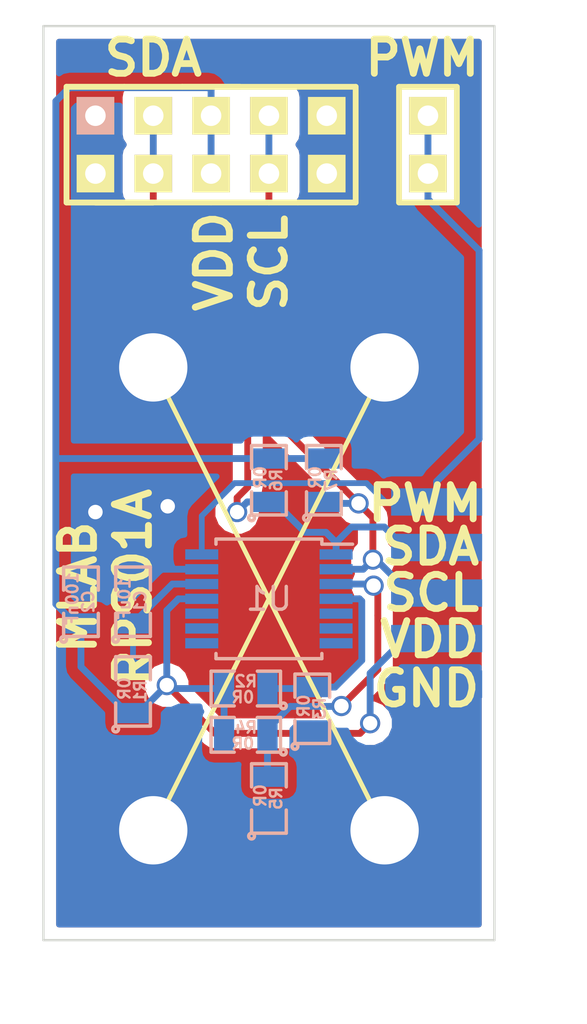
<source format=kicad_pcb>
(kicad_pcb (version 4) (host pcbnew "(2015-01-07 BZR 5359)-product")

  (general
    (links 39)
    (no_connects 0)
    (area 0.205999 -40.434001 20.114001 -0.205999)
    (thickness 1.6)
    (drawings 17)
    (tracks 117)
    (zones 0)
    (modules 17)
    (nets 9)
  )

  (page A4)
  (layers
    (0 F.Cu signal)
    (31 B.Cu signal)
    (32 B.Adhes user)
    (33 F.Adhes user)
    (34 B.Paste user)
    (35 F.Paste user)
    (36 B.SilkS user)
    (37 F.SilkS user)
    (38 B.Mask user)
    (39 F.Mask user)
    (40 Dwgs.User user)
    (41 Cmts.User user)
    (42 Eco1.User user)
    (43 Eco2.User user)
    (44 Edge.Cuts user)
    (45 Margin user)
    (46 B.CrtYd user)
    (47 F.CrtYd user)
    (48 B.Fab user)
    (49 F.Fab user)
  )

  (setup
    (last_trace_width 0.3)
    (user_trace_width 0.3)
    (user_trace_width 0.4)
    (trace_clearance 0.254)
    (zone_clearance 0.508)
    (zone_45_only no)
    (trace_min 0.254)
    (segment_width 0.2)
    (edge_width 0.1)
    (via_size 0.889)
    (via_drill 0.635)
    (via_min_size 0.889)
    (via_min_drill 0.508)
    (uvia_size 0.508)
    (uvia_drill 0.127)
    (uvias_allowed no)
    (uvia_min_size 0.508)
    (uvia_min_drill 0.127)
    (pcb_text_width 0.3)
    (pcb_text_size 1.5 1.5)
    (mod_edge_width 0.15)
    (mod_text_size 1 1)
    (mod_text_width 0.15)
    (pad_size 4 1.2)
    (pad_drill 0)
    (pad_to_mask_clearance 0)
    (aux_axis_origin 0 0)
    (visible_elements 7FFFFF7F)
    (pcbplotparams
      (layerselection 0x00030_80000001)
      (usegerberextensions false)
      (excludeedgelayer true)
      (linewidth 0.100000)
      (plotframeref false)
      (viasonmask false)
      (mode 1)
      (useauxorigin false)
      (hpglpennumber 1)
      (hpglpenspeed 20)
      (hpglpendiameter 15)
      (hpglpenoverlay 2)
      (psnegative false)
      (psa4output false)
      (plotreference true)
      (plotvalue true)
      (plotinvisibletext false)
      (padsonsilk false)
      (subtractmaskfromsilk false)
      (outputformat 1)
      (mirror false)
      (drillshape 1)
      (scaleselection 1)
      (outputdirectory ""))
  )

  (net 0 "")
  (net 1 "Net-(C1-Pad1)")
  (net 2 GND)
  (net 3 VDD)
  (net 4 /SCL)
  (net 5 /SDA)
  (net 6 /PWM)
  (net 7 /A2)
  (net 8 /A1)

  (net_class Default "Toto je výchozí třída sítě."
    (clearance 0.254)
    (trace_width 0.254)
    (via_dia 0.889)
    (via_drill 0.635)
    (uvia_dia 0.508)
    (uvia_drill 0.127)
    (add_net /A1)
    (add_net /A2)
    (add_net /PWM)
    (add_net /SCL)
    (add_net /SDA)
    (add_net GND)
    (add_net "Net-(C1-Pad1)")
    (add_net VDD)
  )

  (module MLAB_R:SMD-0805 (layer B.Cu) (tedit 54799E0C) (tstamp 547EC927)
    (at 4.191 -15.113 90)
    (path /547DF05B)
    (attr smd)
    (fp_text reference C1 (at 0 0.3175 90) (layer B.SilkS)
      (effects (font (size 0.50038 0.50038) (thickness 0.10922)) (justify mirror))
    )
    (fp_text value 10uF (at 0.127 -0.381 90) (layer B.SilkS)
      (effects (font (size 0.50038 0.50038) (thickness 0.10922)) (justify mirror))
    )
    (fp_circle (center -1.651 -0.762) (end -1.651 -0.635) (layer B.SilkS) (width 0.15))
    (fp_line (start -0.508 -0.762) (end -1.524 -0.762) (layer B.SilkS) (width 0.15))
    (fp_line (start -1.524 -0.762) (end -1.524 0.762) (layer B.SilkS) (width 0.15))
    (fp_line (start -1.524 0.762) (end -0.508 0.762) (layer B.SilkS) (width 0.15))
    (fp_line (start 0.508 0.762) (end 1.524 0.762) (layer B.SilkS) (width 0.15))
    (fp_line (start 1.524 0.762) (end 1.524 -0.762) (layer B.SilkS) (width 0.15))
    (fp_line (start 1.524 -0.762) (end 0.508 -0.762) (layer B.SilkS) (width 0.15))
    (pad 1 smd rect (at -0.9525 0 90) (size 0.889 1.397) (layers B.Cu B.Paste B.Mask)
      (net 1 "Net-(C1-Pad1)"))
    (pad 2 smd rect (at 0.9525 0 90) (size 0.889 1.397) (layers B.Cu B.Paste B.Mask)
      (net 2 GND))
    (model MLAB_3D/Resistors/chip_cms.wrl
      (at (xyz 0 0 0))
      (scale (xyz 0.1 0.1 0.1))
      (rotate (xyz 0 0 0))
    )
  )

  (module MLAB_R:SMD-0805 (layer B.Cu) (tedit 54799E0C) (tstamp 547EC934)
    (at 1.905 -15.113 90)
    (path /547DEF58)
    (attr smd)
    (fp_text reference C2 (at 0 0.3175 90) (layer B.SilkS)
      (effects (font (size 0.50038 0.50038) (thickness 0.10922)) (justify mirror))
    )
    (fp_text value 100nF (at 0.127 -0.381 90) (layer B.SilkS)
      (effects (font (size 0.50038 0.50038) (thickness 0.10922)) (justify mirror))
    )
    (fp_circle (center -1.651 -0.762) (end -1.651 -0.635) (layer B.SilkS) (width 0.15))
    (fp_line (start -0.508 -0.762) (end -1.524 -0.762) (layer B.SilkS) (width 0.15))
    (fp_line (start -1.524 -0.762) (end -1.524 0.762) (layer B.SilkS) (width 0.15))
    (fp_line (start -1.524 0.762) (end -0.508 0.762) (layer B.SilkS) (width 0.15))
    (fp_line (start 0.508 0.762) (end 1.524 0.762) (layer B.SilkS) (width 0.15))
    (fp_line (start 1.524 0.762) (end 1.524 -0.762) (layer B.SilkS) (width 0.15))
    (fp_line (start 1.524 -0.762) (end 0.508 -0.762) (layer B.SilkS) (width 0.15))
    (pad 1 smd rect (at -0.9525 0 90) (size 0.889 1.397) (layers B.Cu B.Paste B.Mask)
      (net 3 VDD))
    (pad 2 smd rect (at 0.9525 0 90) (size 0.889 1.397) (layers B.Cu B.Paste B.Mask)
      (net 2 GND))
    (model MLAB_3D/Resistors/chip_cms.wrl
      (at (xyz 0 0 0))
      (scale (xyz 0.1 0.1 0.1))
      (rotate (xyz 0 0 0))
    )
  )

  (module Hrebinky:Pin_Header_Straight_2x05 placed (layer F.Cu) (tedit 55125659) (tstamp 547EC957)
    (at 7.62 -35.179 180)
    (descr "1 pin")
    (tags "CONN DEV")
    (path /547DF2B1)
    (fp_text reference J1 (at 0 -3.81 180) (layer F.SilkS) hide
      (effects (font (size 1.27 1.27) (thickness 0.2032)))
    )
    (fp_text value JUMP_5X2 (at 1.27 0 180) (layer F.SilkS) hide
      (effects (font (size 1.27 1.27) (thickness 0.2032)))
    )
    (fp_line (start -3.81 -2.54) (end -2.54 -2.54) (layer F.SilkS) (width 0.254))
    (fp_line (start -6.35 -2.54) (end -3.81 -2.54) (layer F.SilkS) (width 0.254))
    (fp_line (start 6.35 2.54) (end 6.35 -2.54) (layer F.SilkS) (width 0.254))
    (fp_line (start 3.81 -2.54) (end 6.35 -2.54) (layer F.SilkS) (width 0.254))
    (fp_line (start 3.81 2.54) (end 6.35 2.54) (layer F.SilkS) (width 0.254))
    (fp_line (start 3.81 2.54) (end 6.35 2.54) (layer F.SilkS) (width 0.254))
    (fp_line (start 3.81 -2.54) (end 6.35 -2.54) (layer F.SilkS) (width 0.254))
    (fp_line (start 6.35 2.54) (end 6.35 -2.54) (layer F.SilkS) (width 0.254))
    (fp_line (start 2.54 -2.54) (end 5.08 -2.54) (layer F.SilkS) (width 0.254))
    (fp_line (start -1.27 2.54) (end 1.27 2.54) (layer F.SilkS) (width 0.254))
    (fp_line (start -1.27 2.54) (end 1.27 2.54) (layer F.SilkS) (width 0.254))
    (fp_line (start 2.54 -2.54) (end 5.08 -2.54) (layer F.SilkS) (width 0.254))
    (fp_line (start 2.54 -2.54) (end 5.08 -2.54) (layer F.SilkS) (width 0.254))
    (fp_line (start 1.27 2.54) (end 3.81 2.54) (layer F.SilkS) (width 0.254))
    (fp_line (start 1.27 2.54) (end 3.81 2.54) (layer F.SilkS) (width 0.254))
    (fp_line (start 2.54 -2.54) (end 5.08 -2.54) (layer F.SilkS) (width 0.254))
    (fp_line (start -6.35 2.54) (end 1.27 2.54) (layer F.SilkS) (width 0.254))
    (fp_line (start 5.08 -2.54) (end 0 -2.54) (layer F.SilkS) (width 0.254))
    (fp_line (start -6.35 2.54) (end -6.35 0) (layer F.SilkS) (width 0.254))
    (fp_line (start -6.35 -2.54) (end -6.35 0) (layer F.SilkS) (width 0.254))
    (fp_line (start 0 -2.54) (end -2.54 -2.54) (layer F.SilkS) (width 0.254))
    (pad 9 thru_hole rect (at -2.54 -1.27 180) (size 1.651 1.651) (drill 0.9) (layers *.Cu *.Mask F.SilkS)
      (net 4 /SCL))
    (pad 5 thru_hole rect (at 5.08 1.27 180) (size 1.651 1.651) (drill 0.9) (layers *.Cu *.SilkS *.Mask)
      (net 2 GND))
    (pad 3 thru_hole rect (at 0 1.27 180) (size 1.651 1.651) (drill 0.9) (layers *.Cu *.Mask F.SilkS)
      (net 3 VDD))
    (pad 6 thru_hole rect (at 5.08 -1.27 180) (size 1.651 1.651) (drill 0.9) (layers *.Cu *.Mask F.SilkS)
      (net 2 GND))
    (pad 1 thru_hole rect (at -5.08 1.27 180) (size 1.651 1.651) (drill 0.9) (layers *.Cu *.Mask F.SilkS)
      (net 2 GND))
    (pad 2 thru_hole rect (at -2.54 1.27 180) (size 1.651 1.651) (drill 0.9) (layers *.Cu *.Mask F.SilkS)
      (net 4 /SCL))
    (pad 4 thru_hole rect (at 2.54 1.27 180) (size 1.651 1.651) (drill 0.9) (layers *.Cu *.Mask F.SilkS)
      (net 5 /SDA))
    (pad 10 thru_hole rect (at -5.08 -1.27 180) (size 1.651 1.651) (drill 0.9) (layers *.Cu *.Mask F.SilkS)
      (net 2 GND))
    (pad 7 thru_hole rect (at 2.54 -1.27 180) (size 1.651 1.651) (drill 0.9) (layers *.Cu *.Mask F.SilkS)
      (net 5 /SDA))
    (pad 8 thru_hole rect (at 0 -1.27 180) (size 1.651 1.651) (drill 0.9) (layers *.Cu *.Mask F.SilkS)
      (net 3 VDD))
    (model Pin_Headers/Pin_Header_Straight_2x03.wrl
      (at (xyz 0 0 0))
      (scale (xyz 1 1 1))
      (rotate (xyz 0 0 0))
    )
    (model Pin_Headers/Pin_Header_Straight_2x05.wrl
      (at (xyz 0 0 0))
      (scale (xyz 1 1 1))
      (rotate (xyz 0 0 0))
    )
  )

  (module Hrebinky:Pin_Header_Straight_2x01 placed (layer F.Cu) (tedit 55125655) (tstamp 547EC961)
    (at 17.145 -35.179)
    (descr "1 pin")
    (tags "CONN DEV")
    (path /547DF44F)
    (fp_text reference J2 (at 0 -3.81) (layer F.SilkS) hide
      (effects (font (size 1.27 1.27) (thickness 0.2032)))
    )
    (fp_text value JUMP_2x1 (at 0 0) (layer F.SilkS) hide
      (effects (font (size 1.27 1.27) (thickness 0.2032)))
    )
    (fp_line (start -1.27 -2.54) (end 1.27 -2.54) (layer F.SilkS) (width 0.254))
    (fp_line (start 1.27 -2.54) (end 1.27 2.54) (layer F.SilkS) (width 0.254))
    (fp_line (start 1.27 2.54) (end -1.27 2.54) (layer F.SilkS) (width 0.254))
    (fp_line (start -1.27 2.54) (end -1.27 -2.54) (layer F.SilkS) (width 0.254))
    (pad 2 thru_hole rect (at 0 1.27) (size 1.651 1.651) (drill 0.9) (layers *.Cu *.Mask F.SilkS)
      (net 6 /PWM))
    (pad 1 thru_hole rect (at 0 -1.27) (size 1.651 1.651) (drill 0.9) (layers *.Cu *.Mask F.SilkS)
      (net 6 /PWM))
    (model Pin_Headers/Pin_Header_Straight_2x01.wrl
      (at (xyz 0 0 0))
      (scale (xyz 1 1 1))
      (rotate (xyz 0 0 0))
    )
  )

  (module Dira:MountingHole_3mm placed (layer F.Cu) (tedit 55126217) (tstamp 547EC977)
    (at 5.08 -5.08)
    (descr "Mounting hole, Befestigungsbohrung, 3mm, No Annular, Kein Restring,")
    (tags "Mounting hole, Befestigungsbohrung, 3mm, No Annular, Kein Restring,")
    (path /547E0CBD)
    (fp_text reference P1 (at 0.1778 -0.0762) (layer F.SilkS) hide
      (effects (font (thickness 0.3048)))
    )
    (fp_text value _ (at 1.00076 5.00126) (layer F.SilkS) hide
      (effects (font (thickness 0.3048)))
    )
    (fp_circle (center 0 0) (end 2.99974 0) (layer Cmts.User) (width 0.381))
    (pad 1 thru_hole circle (at 0 0) (size 6 6) (drill 3) (layers *.Cu *.Adhes *.Mask)
      (net 2 GND) (clearance 1) (zone_connect 2))
  )

  (module Dira:MountingHole_3mm placed (layer F.Cu) (tedit 5512621C) (tstamp 547EC97D)
    (at 15.24 -5.08)
    (descr "Mounting hole, Befestigungsbohrung, 3mm, No Annular, Kein Restring,")
    (tags "Mounting hole, Befestigungsbohrung, 3mm, No Annular, Kein Restring,")
    (path /547E0EDE)
    (fp_text reference P2 (at 0.1778 -0.0762) (layer F.SilkS) hide
      (effects (font (thickness 0.3048)))
    )
    (fp_text value _ (at 1.00076 5.00126) (layer F.SilkS) hide
      (effects (font (thickness 0.3048)))
    )
    (fp_circle (center 0 0) (end 2.99974 0) (layer Cmts.User) (width 0.381))
    (pad 1 thru_hole circle (at 0 0) (size 6 6) (drill 3) (layers *.Cu *.Adhes *.Mask)
      (net 2 GND) (clearance 1) (zone_connect 2))
  )

  (module Dira:MountingHole_3mm placed (layer F.Cu) (tedit 55126201) (tstamp 547EC983)
    (at 15.24 -25.4)
    (descr "Mounting hole, Befestigungsbohrung, 3mm, No Annular, Kein Restring,")
    (tags "Mounting hole, Befestigungsbohrung, 3mm, No Annular, Kein Restring,")
    (path /547E0F11)
    (fp_text reference P3 (at 0.1778 -0.0762) (layer F.SilkS) hide
      (effects (font (thickness 0.3048)))
    )
    (fp_text value _ (at 1.00076 5.00126) (layer F.SilkS) hide
      (effects (font (thickness 0.3048)))
    )
    (fp_circle (center 0 0) (end 2.99974 0) (layer Cmts.User) (width 0.381))
    (pad 1 thru_hole circle (at 0 0) (size 6 6) (drill 3) (layers *.Cu *.Adhes *.Mask)
      (net 2 GND) (clearance 1) (zone_connect 2))
  )

  (module Dira:MountingHole_3mm placed (layer F.Cu) (tedit 551261F5) (tstamp 547EC989)
    (at 5.08 -25.4)
    (descr "Mounting hole, Befestigungsbohrung, 3mm, No Annular, Kein Restring,")
    (tags "Mounting hole, Befestigungsbohrung, 3mm, No Annular, Kein Restring,")
    (path /547E0F45)
    (fp_text reference P4 (at 0.1778 -0.0762) (layer F.SilkS) hide
      (effects (font (thickness 0.3048)))
    )
    (fp_text value _ (at 1.00076 5.00126) (layer F.SilkS) hide
      (effects (font (thickness 0.3048)))
    )
    (fp_circle (center 0 0) (end 2.99974 0) (layer Cmts.User) (width 0.381))
    (pad 1 thru_hole circle (at 0 0) (size 6 6) (drill 3) (layers *.Cu *.Adhes *.Mask)
      (net 2 GND) (clearance 1) (zone_connect 2))
  )

  (module MLAB_R:SMD-0805 (layer B.Cu) (tedit 54799E0C) (tstamp 547EC996)
    (at 4.191 -11.176 90)
    (path /547DF170)
    (attr smd)
    (fp_text reference R1 (at 0 0.3175 90) (layer B.SilkS)
      (effects (font (size 0.50038 0.50038) (thickness 0.10922)) (justify mirror))
    )
    (fp_text value 0R (at 0.127 -0.381 90) (layer B.SilkS)
      (effects (font (size 0.50038 0.50038) (thickness 0.10922)) (justify mirror))
    )
    (fp_circle (center -1.651 -0.762) (end -1.651 -0.635) (layer B.SilkS) (width 0.15))
    (fp_line (start -0.508 -0.762) (end -1.524 -0.762) (layer B.SilkS) (width 0.15))
    (fp_line (start -1.524 -0.762) (end -1.524 0.762) (layer B.SilkS) (width 0.15))
    (fp_line (start -1.524 0.762) (end -0.508 0.762) (layer B.SilkS) (width 0.15))
    (fp_line (start 0.508 0.762) (end 1.524 0.762) (layer B.SilkS) (width 0.15))
    (fp_line (start 1.524 0.762) (end 1.524 -0.762) (layer B.SilkS) (width 0.15))
    (fp_line (start 1.524 -0.762) (end 0.508 -0.762) (layer B.SilkS) (width 0.15))
    (pad 1 smd rect (at -0.9525 0 90) (size 0.889 1.397) (layers B.Cu B.Paste B.Mask)
      (net 3 VDD))
    (pad 2 smd rect (at 0.9525 0 90) (size 0.889 1.397) (layers B.Cu B.Paste B.Mask)
      (net 1 "Net-(C1-Pad1)"))
    (model MLAB_3D/Resistors/chip_cms.wrl
      (at (xyz 0 0 0))
      (scale (xyz 0.1 0.1 0.1))
      (rotate (xyz 0 0 0))
    )
  )

  (module MLAB_R:SMD-0805 (layer B.Cu) (tedit 54799E0C) (tstamp 547EC9A3)
    (at 9.144 -11.303 180)
    (path /547DF9D0)
    (attr smd)
    (fp_text reference R2 (at 0 0.3175 180) (layer B.SilkS)
      (effects (font (size 0.50038 0.50038) (thickness 0.10922)) (justify mirror))
    )
    (fp_text value 0R (at 0.127 -0.381 180) (layer B.SilkS)
      (effects (font (size 0.50038 0.50038) (thickness 0.10922)) (justify mirror))
    )
    (fp_circle (center -1.651 -0.762) (end -1.651 -0.635) (layer B.SilkS) (width 0.15))
    (fp_line (start -0.508 -0.762) (end -1.524 -0.762) (layer B.SilkS) (width 0.15))
    (fp_line (start -1.524 -0.762) (end -1.524 0.762) (layer B.SilkS) (width 0.15))
    (fp_line (start -1.524 0.762) (end -0.508 0.762) (layer B.SilkS) (width 0.15))
    (fp_line (start 0.508 0.762) (end 1.524 0.762) (layer B.SilkS) (width 0.15))
    (fp_line (start 1.524 0.762) (end 1.524 -0.762) (layer B.SilkS) (width 0.15))
    (fp_line (start 1.524 -0.762) (end 0.508 -0.762) (layer B.SilkS) (width 0.15))
    (pad 1 smd rect (at -0.9525 0 180) (size 0.889 1.397) (layers B.Cu B.Paste B.Mask)
      (net 8 /A1))
    (pad 2 smd rect (at 0.9525 0 180) (size 0.889 1.397) (layers B.Cu B.Paste B.Mask)
      (net 3 VDD))
    (model MLAB_3D/Resistors/chip_cms.wrl
      (at (xyz 0 0 0))
      (scale (xyz 0.1 0.1 0.1))
      (rotate (xyz 0 0 0))
    )
  )

  (module MLAB_R:SMD-0805 (layer B.Cu) (tedit 54799E0C) (tstamp 547EC9B0)
    (at 12.065 -10.414 90)
    (path /547DF9FA)
    (attr smd)
    (fp_text reference R3 (at 0 0.3175 90) (layer B.SilkS)
      (effects (font (size 0.50038 0.50038) (thickness 0.10922)) (justify mirror))
    )
    (fp_text value 0R (at 0.127 -0.381 90) (layer B.SilkS)
      (effects (font (size 0.50038 0.50038) (thickness 0.10922)) (justify mirror))
    )
    (fp_circle (center -1.651 -0.762) (end -1.651 -0.635) (layer B.SilkS) (width 0.15))
    (fp_line (start -0.508 -0.762) (end -1.524 -0.762) (layer B.SilkS) (width 0.15))
    (fp_line (start -1.524 -0.762) (end -1.524 0.762) (layer B.SilkS) (width 0.15))
    (fp_line (start -1.524 0.762) (end -0.508 0.762) (layer B.SilkS) (width 0.15))
    (fp_line (start 0.508 0.762) (end 1.524 0.762) (layer B.SilkS) (width 0.15))
    (fp_line (start 1.524 0.762) (end 1.524 -0.762) (layer B.SilkS) (width 0.15))
    (fp_line (start 1.524 -0.762) (end 0.508 -0.762) (layer B.SilkS) (width 0.15))
    (pad 1 smd rect (at -0.9525 0 90) (size 0.889 1.397) (layers B.Cu B.Paste B.Mask)
      (net 2 GND))
    (pad 2 smd rect (at 0.9525 0 90) (size 0.889 1.397) (layers B.Cu B.Paste B.Mask)
      (net 8 /A1))
    (model MLAB_3D/Resistors/chip_cms.wrl
      (at (xyz 0 0 0))
      (scale (xyz 0.1 0.1 0.1))
      (rotate (xyz 0 0 0))
    )
  )

  (module MLAB_R:SMD-0805 (layer B.Cu) (tedit 54799E0C) (tstamp 547EC9BD)
    (at 9.144 -9.271 180)
    (path /547DF710)
    (attr smd)
    (fp_text reference R4 (at 0 0.3175 180) (layer B.SilkS)
      (effects (font (size 0.50038 0.50038) (thickness 0.10922)) (justify mirror))
    )
    (fp_text value 0R (at 0.127 -0.381 180) (layer B.SilkS)
      (effects (font (size 0.50038 0.50038) (thickness 0.10922)) (justify mirror))
    )
    (fp_circle (center -1.651 -0.762) (end -1.651 -0.635) (layer B.SilkS) (width 0.15))
    (fp_line (start -0.508 -0.762) (end -1.524 -0.762) (layer B.SilkS) (width 0.15))
    (fp_line (start -1.524 -0.762) (end -1.524 0.762) (layer B.SilkS) (width 0.15))
    (fp_line (start -1.524 0.762) (end -0.508 0.762) (layer B.SilkS) (width 0.15))
    (fp_line (start 0.508 0.762) (end 1.524 0.762) (layer B.SilkS) (width 0.15))
    (fp_line (start 1.524 0.762) (end 1.524 -0.762) (layer B.SilkS) (width 0.15))
    (fp_line (start 1.524 -0.762) (end 0.508 -0.762) (layer B.SilkS) (width 0.15))
    (pad 1 smd rect (at -0.9525 0 180) (size 0.889 1.397) (layers B.Cu B.Paste B.Mask)
      (net 7 /A2))
    (pad 2 smd rect (at 0.9525 0 180) (size 0.889 1.397) (layers B.Cu B.Paste B.Mask)
      (net 3 VDD))
    (model MLAB_3D/Resistors/chip_cms.wrl
      (at (xyz 0 0 0))
      (scale (xyz 0.1 0.1 0.1))
      (rotate (xyz 0 0 0))
    )
  )

  (module MLAB_R:SMD-0805 (layer B.Cu) (tedit 54799E0C) (tstamp 547EC9CA)
    (at 10.16 -6.477 90)
    (path /547DFA35)
    (attr smd)
    (fp_text reference R5 (at 0 0.3175 90) (layer B.SilkS)
      (effects (font (size 0.50038 0.50038) (thickness 0.10922)) (justify mirror))
    )
    (fp_text value 0R (at 0.127 -0.381 90) (layer B.SilkS)
      (effects (font (size 0.50038 0.50038) (thickness 0.10922)) (justify mirror))
    )
    (fp_circle (center -1.651 -0.762) (end -1.651 -0.635) (layer B.SilkS) (width 0.15))
    (fp_line (start -0.508 -0.762) (end -1.524 -0.762) (layer B.SilkS) (width 0.15))
    (fp_line (start -1.524 -0.762) (end -1.524 0.762) (layer B.SilkS) (width 0.15))
    (fp_line (start -1.524 0.762) (end -0.508 0.762) (layer B.SilkS) (width 0.15))
    (fp_line (start 0.508 0.762) (end 1.524 0.762) (layer B.SilkS) (width 0.15))
    (fp_line (start 1.524 0.762) (end 1.524 -0.762) (layer B.SilkS) (width 0.15))
    (fp_line (start 1.524 -0.762) (end 0.508 -0.762) (layer B.SilkS) (width 0.15))
    (pad 1 smd rect (at -0.9525 0 90) (size 0.889 1.397) (layers B.Cu B.Paste B.Mask)
      (net 2 GND))
    (pad 2 smd rect (at 0.9525 0 90) (size 0.889 1.397) (layers B.Cu B.Paste B.Mask)
      (net 7 /A2))
    (model MLAB_3D/Resistors/chip_cms.wrl
      (at (xyz 0 0 0))
      (scale (xyz 0.1 0.1 0.1))
      (rotate (xyz 0 0 0))
    )
  )

  (module Housings_SSOP:TSSOP-14_4.4x5mm_Pitch0.65mm (layer B.Cu) (tedit 551255F1) (tstamp 55125207)
    (at 10.16 -15.24 180)
    (descr "14-Lead Plastic Thin Shrink Small Outline (ST)-4.4 mm Body [TSSOP] (see Microchip Packaging Specification 00000049BS.pdf)")
    (tags "SSOP 0.65")
    (path /547DEEB9)
    (attr smd)
    (fp_text reference U1 (at 0 0 180) (layer B.SilkS)
      (effects (font (size 1 1) (thickness 0.15)) (justify mirror))
    )
    (fp_text value AS5048B (at -0.381 -0.127 270) (layer B.SilkS) hide
      (effects (font (size 1 1) (thickness 0.15)) (justify mirror))
    )
    (fp_line (start -3.95 2.8) (end -3.95 -2.8) (layer B.CrtYd) (width 0.05))
    (fp_line (start 3.95 2.8) (end 3.95 -2.8) (layer B.CrtYd) (width 0.05))
    (fp_line (start -3.95 2.8) (end 3.95 2.8) (layer B.CrtYd) (width 0.05))
    (fp_line (start -3.95 -2.8) (end 3.95 -2.8) (layer B.CrtYd) (width 0.05))
    (fp_line (start -2.325 2.625) (end -2.325 2.4) (layer B.SilkS) (width 0.15))
    (fp_line (start 2.325 2.625) (end 2.325 2.4) (layer B.SilkS) (width 0.15))
    (fp_line (start 2.325 -2.625) (end 2.325 -2.4) (layer B.SilkS) (width 0.15))
    (fp_line (start -2.325 -2.625) (end -2.325 -2.4) (layer B.SilkS) (width 0.15))
    (fp_line (start -2.325 2.625) (end 2.325 2.625) (layer B.SilkS) (width 0.15))
    (fp_line (start -2.325 -2.625) (end 2.325 -2.625) (layer B.SilkS) (width 0.15))
    (fp_line (start -2.325 2.4) (end -3.675 2.4) (layer B.SilkS) (width 0.15))
    (pad 1 smd rect (at -2.95 1.95 180) (size 1.45 0.45) (layers B.Cu B.Paste B.Mask)
      (net 5 /SDA))
    (pad 2 smd rect (at -2.95 1.3 180) (size 1.45 0.45) (layers B.Cu B.Paste B.Mask)
      (net 4 /SCL))
    (pad 3 smd rect (at -2.95 0.65 180) (size 1.45 0.45) (layers B.Cu B.Paste B.Mask)
      (net 7 /A2))
    (pad 4 smd rect (at -2.95 0 180) (size 1.45 0.45) (layers B.Cu B.Paste B.Mask)
      (net 8 /A1))
    (pad 5 smd rect (at -2.95 -0.65 180) (size 1.45 0.45) (layers B.Cu B.Paste B.Mask))
    (pad 6 smd rect (at -2.95 -1.3 180) (size 1.45 0.45) (layers B.Cu B.Paste B.Mask))
    (pad 7 smd rect (at -2.95 -1.95 180) (size 1.45 0.45) (layers B.Cu B.Paste B.Mask))
    (pad 8 smd rect (at 2.95 -1.95 180) (size 1.45 0.45) (layers B.Cu B.Paste B.Mask))
    (pad 9 smd rect (at 2.95 -1.3 180) (size 1.45 0.45) (layers B.Cu B.Paste B.Mask))
    (pad 10 smd rect (at 2.95 -0.65 180) (size 1.45 0.45) (layers B.Cu B.Paste B.Mask))
    (pad 11 smd rect (at 2.95 0 180) (size 1.45 0.45) (layers B.Cu B.Paste B.Mask)
      (net 3 VDD))
    (pad 12 smd rect (at 2.95 0.65 180) (size 1.45 0.45) (layers B.Cu B.Paste B.Mask)
      (net 1 "Net-(C1-Pad1)"))
    (pad 13 smd rect (at 2.95 1.3 180) (size 1.45 0.45) (layers B.Cu B.Paste B.Mask)
      (net 2 GND))
    (pad 14 smd rect (at 2.95 1.95 180) (size 1.45 0.45) (layers B.Cu B.Paste B.Mask)
      (net 6 /PWM))
    (model Housings_SSOP/TSSOP-14_4.4x5mm_Pitch0.65mm.wrl
      (at (xyz 0 0 0))
      (scale (xyz 1 1 1))
      (rotate (xyz 0 0 0))
    )
  )

  (module MLAB_R:SMD-0805 (layer B.Cu) (tedit 54799E0C) (tstamp 547ED178)
    (at 10.16 -20.447 90)
    (path /547ED127)
    (attr smd)
    (fp_text reference R6 (at 0 0.3175 90) (layer B.SilkS)
      (effects (font (size 0.50038 0.50038) (thickness 0.10922)) (justify mirror))
    )
    (fp_text value 0R (at 0.127 -0.381 90) (layer B.SilkS)
      (effects (font (size 0.50038 0.50038) (thickness 0.10922)) (justify mirror))
    )
    (fp_circle (center -1.651 -0.762) (end -1.651 -0.635) (layer B.SilkS) (width 0.15))
    (fp_line (start -0.508 -0.762) (end -1.524 -0.762) (layer B.SilkS) (width 0.15))
    (fp_line (start -1.524 -0.762) (end -1.524 0.762) (layer B.SilkS) (width 0.15))
    (fp_line (start -1.524 0.762) (end -0.508 0.762) (layer B.SilkS) (width 0.15))
    (fp_line (start 0.508 0.762) (end 1.524 0.762) (layer B.SilkS) (width 0.15))
    (fp_line (start 1.524 0.762) (end 1.524 -0.762) (layer B.SilkS) (width 0.15))
    (fp_line (start 1.524 -0.762) (end 0.508 -0.762) (layer B.SilkS) (width 0.15))
    (pad 1 smd rect (at -0.9525 0 90) (size 0.889 1.397) (layers B.Cu B.Paste B.Mask)
      (net 5 /SDA))
    (pad 2 smd rect (at 0.9525 0 90) (size 0.889 1.397) (layers B.Cu B.Paste B.Mask)
      (net 3 VDD))
    (model MLAB_3D/Resistors/chip_cms.wrl
      (at (xyz 0 0 0))
      (scale (xyz 0.1 0.1 0.1))
      (rotate (xyz 0 0 0))
    )
  )

  (module MLAB_R:SMD-0805 (layer B.Cu) (tedit 54799E0C) (tstamp 547ED185)
    (at 12.573 -20.447 90)
    (path /547ED1C7)
    (attr smd)
    (fp_text reference R7 (at 0 0.3175 90) (layer B.SilkS)
      (effects (font (size 0.50038 0.50038) (thickness 0.10922)) (justify mirror))
    )
    (fp_text value 0R (at 0.127 -0.381 90) (layer B.SilkS)
      (effects (font (size 0.50038 0.50038) (thickness 0.10922)) (justify mirror))
    )
    (fp_circle (center -1.651 -0.762) (end -1.651 -0.635) (layer B.SilkS) (width 0.15))
    (fp_line (start -0.508 -0.762) (end -1.524 -0.762) (layer B.SilkS) (width 0.15))
    (fp_line (start -1.524 -0.762) (end -1.524 0.762) (layer B.SilkS) (width 0.15))
    (fp_line (start -1.524 0.762) (end -0.508 0.762) (layer B.SilkS) (width 0.15))
    (fp_line (start 0.508 0.762) (end 1.524 0.762) (layer B.SilkS) (width 0.15))
    (fp_line (start 1.524 0.762) (end 1.524 -0.762) (layer B.SilkS) (width 0.15))
    (fp_line (start 1.524 -0.762) (end 0.508 -0.762) (layer B.SilkS) (width 0.15))
    (pad 1 smd rect (at -0.9525 0 90) (size 0.889 1.397) (layers B.Cu B.Paste B.Mask)
      (net 4 /SCL))
    (pad 2 smd rect (at 0.9525 0 90) (size 0.889 1.397) (layers B.Cu B.Paste B.Mask)
      (net 3 VDD))
    (model MLAB_3D/Resistors/chip_cms.wrl
      (at (xyz 0 0 0))
      (scale (xyz 0.1 0.1 0.1))
      (rotate (xyz 0 0 0))
    )
  )

  (module Hrebinky:SMD_JUMP1X5 (layer B.Cu) (tedit 5512564D) (tstamp 547ED707)
    (at 17.526 -15.494 180)
    (path /547ED805)
    (fp_text reference J3 (at 14.859 3.81 180) (layer B.SilkS) hide
      (effects (font (size 1 1) (thickness 0.15)) (justify mirror))
    )
    (fp_text value JUMP_5X2 (at -0.127 6.477 180) (layer B.SilkS) hide
      (effects (font (size 1 1) (thickness 0.15)) (justify mirror))
    )
    (pad 1 smd rect (at 0 -4 180) (size 4 1.2) (layers B.Cu B.Paste B.Mask)
      (net 2 GND))
    (pad 2 smd rect (at 0 -2 180) (size 4 1.2) (layers B.Cu B.Paste B.Mask)
      (net 3 VDD))
    (pad 3 smd rect (at 0 0 180) (size 4 1.2) (layers B.Cu B.Paste B.Mask)
      (net 4 /SCL))
    (pad 4 smd rect (at 0 2 180) (size 4 1.2) (layers B.Cu B.Paste B.Mask)
      (net 5 /SDA))
    (pad 5 smd rect (at 0 4 180) (size 4 1.2) (layers B.Cu B.Paste B.Mask)
      (net 6 /PWM))
  )

  (gr_text RPS01A (at 4.191 -15.748 90) (layer F.SilkS)
    (effects (font (size 1.5 1.5) (thickness 0.3)))
  )
  (gr_text MLAB (at 1.778 -15.748 90) (layer F.SilkS)
    (effects (font (size 1.5 1.5) (thickness 0.3)))
  )
  (gr_text PWM (at 19.558 -38.989) (layer F.SilkS)
    (effects (font (size 1.5 1.5) (thickness 0.3)) (justify right))
  )
  (gr_text SDA (at 5.08 -38.989) (layer F.SilkS)
    (effects (font (size 1.5 1.5) (thickness 0.3)))
  )
  (gr_text SCL (at 10.16 -32.258 90) (layer F.SilkS)
    (effects (font (size 1.5 1.5) (thickness 0.3)) (justify right))
  )
  (gr_text VDD (at 7.747 -32.385 90) (layer F.SilkS)
    (effects (font (size 1.5 1.5) (thickness 0.3)) (justify right))
  )
  (gr_text GND (at 19.558 -11.303) (layer F.SilkS)
    (effects (font (size 1.5 1.5) (thickness 0.3)) (justify right))
  )
  (gr_text VDD (at 19.558 -13.462) (layer F.SilkS) (tstamp 55126553)
    (effects (font (size 1.5 1.5) (thickness 0.3)) (justify right))
  )
  (gr_text SCL (at 19.558 -15.494) (layer F.SilkS) (tstamp 55126569)
    (effects (font (size 1.5 1.5) (thickness 0.3)) (justify right))
  )
  (gr_text SDA (at 19.558 -17.526) (layer F.SilkS)
    (effects (font (size 1.5 1.5) (thickness 0.3)) (justify right))
  )
  (gr_text PWM (at 19.685 -19.431) (layer F.SilkS) (tstamp 55126350)
    (effects (font (size 1.5 1.5) (thickness 0.3)) (justify right))
  )
  (gr_line (start 5.08 -5.08) (end 15.24 -25.4) (layer F.SilkS) (width 0.2))
  (gr_line (start 15.113 -5.334) (end 5.08 -25.4) (layer F.SilkS) (width 0.2))
  (gr_line (start 0.256 -0.256) (end 0.256 -40.384) (angle 90) (layer Edge.Cuts) (width 0.1))
  (gr_line (start 0.256 -40.384) (end 20.064 -40.384) (angle 90) (layer Edge.Cuts) (width 0.1))
  (gr_line (start 20.064 -40.384) (end 20.064 -0.256) (angle 90) (layer Edge.Cuts) (width 0.1))
  (gr_line (start 0.256 -0.256) (end 20.064 -0.256) (angle 90) (layer Edge.Cuts) (width 0.1))

  (segment (start 7.21 -15.89) (end 5.9205 -15.89) (width 0.3) (layer B.Cu) (net 1))
  (segment (start 5.9205 -15.89) (end 4.191 -14.1605) (width 0.3) (layer B.Cu) (net 1))
  (segment (start 4.4935 -13.858) (end 4.191 -14.1605) (width 0.254) (layer B.Cu) (net 1))
  (segment (start 4.191 -14.1605) (end 4.191 -12.1285) (width 0.254) (layer B.Cu) (net 1))
  (segment (start 4.191 -16.0655) (end 4.191 -17.526) (width 0.3) (layer B.Cu) (net 2))
  (segment (start 4.191 -17.526) (end 5.715 -19.304) (width 0.3) (layer B.Cu) (net 2))
  (via (at 5.715 -19.304) (size 0.889) (drill 0.635) (layers F.Cu B.Cu) (net 2))
  (segment (start 1.905 -16.0655) (end 1.905 -17.018) (width 0.3) (layer B.Cu) (net 2))
  (segment (start 1.905 -17.018) (end 2.54 -19.05) (width 0.3) (layer B.Cu) (net 2))
  (via (at 2.54 -19.05) (size 0.889) (drill 0.635) (layers F.Cu B.Cu) (net 2))
  (segment (start 12.7 -33.909) (end 12.7 -36.449) (width 0.3) (layer B.Cu) (net 2))
  (segment (start 2.54 -33.909) (end 2.54 -36.449) (width 0.3) (layer B.Cu) (net 2))
  (segment (start 4.191 -16.0655) (end 1.905 -16.0655) (width 0.3) (layer B.Cu) (net 2))
  (segment (start 7.21 -16.54) (end 4.6655 -16.54) (width 0.3) (layer B.Cu) (net 2))
  (segment (start 4.6655 -16.54) (end 4.191 -16.0655) (width 0.3) (layer B.Cu) (net 2))
  (segment (start 4.318 -15.9385) (end 4.191 -16.0655) (width 0.254) (layer B.Cu) (net 2))
  (segment (start 7.62 -33.909) (end 7.62 -36.449) (width 0.3) (layer B.Cu) (net 3))
  (segment (start 0.802499 -15.009001) (end 0.802499 -21.412924) (width 0.3) (layer B.Cu) (net 3))
  (segment (start 0.802499 -21.412924) (end 0.802499 -37.089701) (width 0.3) (layer B.Cu) (net 3))
  (segment (start 10.16 -21.3995) (end 0.815923 -21.3995) (width 0.3) (layer B.Cu) (net 3))
  (segment (start 0.815923 -21.3995) (end 0.802499 -21.412924) (width 0.3) (layer B.Cu) (net 3))
  (segment (start 12.573 -21.3995) (end 10.16 -21.3995) (width 0.3) (layer B.Cu) (net 3))
  (segment (start 8.1915 -11.303) (end 5.82452 -11.303) (width 0.3) (layer B.Cu) (net 3))
  (segment (start 5.82452 -11.303) (end 5.67451 -11.45301) (width 0.3) (layer B.Cu) (net 3))
  (segment (start 8.1915 -9.271) (end 8.1915 -11.303) (width 0.3) (layer B.Cu) (net 3))
  (segment (start 14.605 -9.779) (end 14.160501 -9.334501) (width 0.3) (layer F.Cu) (net 3))
  (segment (start 14.160501 -9.334501) (end 7.793019 -9.334501) (width 0.3) (layer F.Cu) (net 3))
  (via (at 5.67451 -11.45301) (size 0.889) (drill 0.635) (layers F.Cu B.Cu) (net 3))
  (segment (start 7.793019 -9.334501) (end 5.67451 -11.45301) (width 0.3) (layer F.Cu) (net 3))
  (segment (start 16.126 -13.494) (end 14.605 -11.973) (width 0.3) (layer B.Cu) (net 3))
  (segment (start 14.605 -11.973) (end 14.605 -9.779) (width 0.3) (layer B.Cu) (net 3))
  (via (at 14.605 -9.779) (size 0.889) (drill 0.635) (layers F.Cu B.Cu) (net 3))
  (segment (start 7.21 -15.24) (end 6.185 -15.24) (width 0.3) (layer B.Cu) (net 3))
  (segment (start 6.185 -15.24) (end 5.67451 -14.72951) (width 0.3) (layer B.Cu) (net 3))
  (segment (start 5.67451 -14.72951) (end 5.67451 -11.45301) (width 0.3) (layer B.Cu) (net 3))
  (segment (start 5.67451 -11.45301) (end 4.445 -10.2235) (width 0.3) (layer B.Cu) (net 3))
  (segment (start 4.445 -10.2235) (end 4.191 -10.2235) (width 0.3) (layer B.Cu) (net 3))
  (segment (start 4.191 -10.2235) (end 3.937 -10.2235) (width 0.3) (layer B.Cu) (net 3))
  (segment (start 3.937 -10.2235) (end 1.905 -12.2555) (width 0.3) (layer B.Cu) (net 3))
  (segment (start 1.905 -12.2555) (end 1.905 -13.416) (width 0.3) (layer B.Cu) (net 3))
  (segment (start 1.905 -13.416) (end 1.905 -14.1605) (width 0.3) (layer B.Cu) (net 3))
  (segment (start 1.905 -14.1605) (end 1.651 -14.1605) (width 0.3) (layer B.Cu) (net 3))
  (segment (start 1.651 -14.1605) (end 0.802499 -15.009001) (width 0.3) (layer B.Cu) (net 3))
  (segment (start 0.802499 -37.089701) (end 1.391299 -37.678501) (width 0.3) (layer B.Cu) (net 3))
  (segment (start 7.62 -37.5745) (end 7.62 -36.449) (width 0.3) (layer B.Cu) (net 3))
  (segment (start 1.391299 -37.678501) (end 7.515999 -37.678501) (width 0.3) (layer B.Cu) (net 3))
  (segment (start 7.515999 -37.678501) (end 7.62 -37.5745) (width 0.3) (layer B.Cu) (net 3))
  (segment (start 17.526 -13.494) (end 16.126 -13.494) (width 0.3) (layer B.Cu) (net 3))
  (segment (start 10.16 -33.909) (end 10.16 -36.449) (width 0.3) (layer B.Cu) (net 4))
  (segment (start 14.726668 -16.962383) (end 14.726668 -18.801332) (width 0.3) (layer F.Cu) (net 4))
  (segment (start 14.726668 -18.801332) (end 14.097 -19.431) (width 0.3) (layer F.Cu) (net 4))
  (segment (start 14.726668 -16.962383) (end 14.870575 -16.962383) (width 0.3) (layer B.Cu) (net 4))
  (segment (start 14.870575 -16.962383) (end 16.338958 -15.494) (width 0.3) (layer B.Cu) (net 4))
  (segment (start 16.338958 -15.494) (end 17.526 -15.494) (width 0.3) (layer B.Cu) (net 4))
  (segment (start 13.11 -16.54) (end 14.304285 -16.54) (width 0.3) (layer B.Cu) (net 4))
  (segment (start 14.304285 -16.54) (end 14.726668 -16.962383) (width 0.3) (layer B.Cu) (net 4))
  (via (at 14.726668 -16.962383) (size 0.889) (drill 0.635) (layers F.Cu B.Cu) (net 4))
  (segment (start 14.097 -19.431) (end 10.16 -23.368) (width 0.3) (layer F.Cu) (net 4))
  (segment (start 10.16 -23.368) (end 10.16 -33.909) (width 0.3) (layer F.Cu) (net 4))
  (segment (start 14.097 -19.431) (end 12.6365 -19.431) (width 0.3) (layer B.Cu) (net 4))
  (segment (start 12.6365 -19.431) (end 12.573 -19.4945) (width 0.3) (layer B.Cu) (net 4))
  (via (at 14.097 -19.431) (size 0.889) (drill 0.635) (layers F.Cu B.Cu) (net 4))
  (segment (start 12.192 -19.4945) (end 11.938 -19.4945) (width 0.254) (layer B.Cu) (net 4))
  (segment (start 5.08 -33.909) (end 5.08 -36.449) (width 0.3) (layer B.Cu) (net 5))
  (segment (start 9.230001 -27.853999) (end 5.08 -32.004) (width 0.3) (layer F.Cu) (net 5))
  (segment (start 5.08 -32.004) (end 5.08 -33.909) (width 0.3) (layer F.Cu) (net 5))
  (segment (start 8.763 -19.05) (end 8.763 -19.678617) (width 0.3) (layer F.Cu) (net 5))
  (segment (start 9.230001 -20.145618) (end 9.230001 -27.853999) (width 0.3) (layer F.Cu) (net 5))
  (segment (start 8.763 -19.678617) (end 9.230001 -20.145618) (width 0.3) (layer F.Cu) (net 5))
  (segment (start 10.16 -19.4945) (end 9.2075 -19.4945) (width 0.3) (layer B.Cu) (net 5))
  (segment (start 9.2075 -19.4945) (end 8.763 -19.05) (width 0.3) (layer B.Cu) (net 5))
  (via (at 8.763 -19.05) (size 0.889) (drill 0.635) (layers F.Cu B.Cu) (net 5))
  (segment (start 13.11 -17.19) (end 13.11 -17.715) (width 0.3) (layer B.Cu) (net 5))
  (segment (start 13.11 -17.715) (end 13.789 -18.394) (width 0.3) (layer B.Cu) (net 5))
  (segment (start 13.789 -18.394) (end 15.226 -18.394) (width 0.3) (layer B.Cu) (net 5))
  (segment (start 16.126 -17.494) (end 17.526 -17.494) (width 0.3) (layer B.Cu) (net 5))
  (segment (start 15.226 -18.394) (end 16.126 -17.494) (width 0.3) (layer B.Cu) (net 5))
  (segment (start 12.664 -18.161) (end 11.7475 -18.161) (width 0.3) (layer B.Cu) (net 5))
  (segment (start 11.7475 -18.161) (end 10.414 -19.4945) (width 0.3) (layer B.Cu) (net 5))
  (segment (start 10.414 -19.4945) (end 10.16 -19.4945) (width 0.3) (layer B.Cu) (net 5))
  (segment (start 13.11 -17.715) (end 12.664 -18.161) (width 0.3) (layer B.Cu) (net 5))
  (segment (start 17.222 -17.19) (end 17.526 -17.494) (width 0.3) (layer B.Cu) (net 5))
  (segment (start 17.145 -33.909) (end 17.145 -36.449) (width 0.3) (layer B.Cu) (net 6))
  (segment (start 17.526 -19.494) (end 17.526 -20.394) (width 0.3) (layer B.Cu) (net 6))
  (segment (start 17.526 -20.394) (end 19.390001 -22.258001) (width 0.3) (layer B.Cu) (net 6))
  (segment (start 19.390001 -22.258001) (end 19.390001 -30.538499) (width 0.3) (layer B.Cu) (net 6))
  (segment (start 19.390001 -30.538499) (end 17.145 -32.7835) (width 0.3) (layer B.Cu) (net 6))
  (segment (start 17.145 -32.7835) (end 17.145 -33.909) (width 0.3) (layer B.Cu) (net 6))
  (segment (start 15.272 -19.494) (end 17.526 -19.494) (width 0.254) (layer B.Cu) (net 6))
  (segment (start 14.445999 -20.320001) (end 15.272 -19.494) (width 0.254) (layer B.Cu) (net 6))
  (segment (start 8.648699 -20.320001) (end 14.445999 -20.320001) (width 0.254) (layer B.Cu) (net 6))
  (segment (start 7.21 -18.881302) (end 8.648699 -20.320001) (width 0.254) (layer B.Cu) (net 6))
  (segment (start 7.21 -17.19) (end 7.21 -18.881302) (width 0.254) (layer B.Cu) (net 6))
  (segment (start 10.0965 -9.271) (end 10.0965 -7.493) (width 0.3) (layer B.Cu) (net 7))
  (segment (start 10.0965 -7.493) (end 10.16 -7.4295) (width 0.3) (layer B.Cu) (net 7))
  (segment (start 14.757382 -15.819794) (end 14.687176 -15.89) (width 0.3) (layer B.Cu) (net 7))
  (segment (start 14.687176 -15.89) (end 13.11 -15.89) (width 0.3) (layer B.Cu) (net 7))
  (segment (start 14.943502 -14.508512) (end 14.943502 -15.633674) (width 0.3) (layer F.Cu) (net 7))
  (segment (start 14.943502 -15.633674) (end 14.757382 -15.819794) (width 0.3) (layer F.Cu) (net 7))
  (via (at 14.757382 -15.819794) (size 0.889) (drill 0.635) (layers F.Cu B.Cu) (net 7))
  (segment (start 13.130999 -15.869001) (end 13.11 -15.89) (width 0.3) (layer B.Cu) (net 7))
  (segment (start 13.344689 -10.534541) (end 14.943502 -12.133354) (width 0.3) (layer F.Cu) (net 7))
  (segment (start 14.943502 -12.133354) (end 14.943502 -14.508512) (width 0.3) (layer F.Cu) (net 7))
  (segment (start 11.089499 -10.517999) (end 13.328147 -10.517999) (width 0.3) (layer B.Cu) (net 7))
  (segment (start 13.328147 -10.517999) (end 13.344689 -10.534541) (width 0.3) (layer B.Cu) (net 7))
  (via (at 13.344689 -10.534541) (size 0.889) (drill 0.635) (layers F.Cu B.Cu) (net 7))
  (segment (start 10.0965 -9.271) (end 10.0965 -9.525) (width 0.3) (layer B.Cu) (net 7))
  (segment (start 10.0965 -9.525) (end 11.089499 -10.517999) (width 0.3) (layer B.Cu) (net 7))
  (segment (start 13.130999 -15.910999) (end 13.11 -15.89) (width 0.3) (layer B.Cu) (net 7))
  (segment (start 10.0965 -11.303) (end 12.0015 -11.303) (width 0.3) (layer B.Cu) (net 8))
  (segment (start 12.0015 -11.303) (end 12.065 -11.3665) (width 0.3) (layer B.Cu) (net 8))
  (segment (start 12.065 -11.3665) (end 13.0635 -11.3665) (width 0.3) (layer B.Cu) (net 8))
  (segment (start 13.0635 -11.3665) (end 14.239001 -12.542001) (width 0.3) (layer B.Cu) (net 8))
  (segment (start 14.239001 -12.542001) (end 14.239001 -15.138201) (width 0.3) (layer B.Cu) (net 8))
  (segment (start 14.239001 -15.138201) (end 14.137202 -15.24) (width 0.3) (layer B.Cu) (net 8))
  (segment (start 14.137202 -15.24) (end 14.135 -15.24) (width 0.3) (layer B.Cu) (net 8))
  (segment (start 14.135 -15.24) (end 13.11 -15.24) (width 0.3) (layer B.Cu) (net 8))

  (zone (net 2) (net_name GND) (layer B.Cu) (tstamp 55126231) (hatch edge 0.508)
    (connect_pads yes (clearance 0.508))
    (min_thickness 0.254)
    (fill yes (arc_segments 16) (thermal_gap 0.508) (thermal_bridge_width 0.508))
    (polygon
      (pts
        (xy -0.381 -40.894) (xy 20.701 -40.894) (xy 20.701 0.762) (xy -0.381 0.762)
      )
    )
    (filled_polygon
      (pts
        (xy 7.865567 -20.6145) (xy 6.671185 -19.420117) (xy 6.506004 -19.172907) (xy 6.448 -18.881302) (xy 6.448 -18.055262)
        (xy 6.242877 -18.015463) (xy 6.030073 -17.875673) (xy 5.887623 -17.66464) (xy 5.83756 -17.415) (xy 5.83756 -16.965)
        (xy 5.884537 -16.722877) (xy 5.916508 -16.674207) (xy 5.620093 -16.615245) (xy 5.365421 -16.445079) (xy 4.172782 -15.25244)
        (xy 3.4925 -15.25244) (xy 3.250377 -15.205463) (xy 3.046739 -15.071695) (xy 2.85314 -15.202377) (xy 2.6035 -15.25244)
        (xy 1.669218 -15.25244) (xy 1.587499 -15.334159) (xy 1.587499 -20.6145) (xy 7.865567 -20.6145)
      )
    )
    (filled_polygon
      (pts
        (xy 19.379 -31.659658) (xy 18.419635 -32.619023) (xy 18.425427 -32.622827) (xy 18.567877 -32.83386) (xy 18.61794 -33.0835)
        (xy 18.61794 -34.7345) (xy 18.570963 -34.976623) (xy 18.437194 -35.180261) (xy 18.567877 -35.37386) (xy 18.61794 -35.6235)
        (xy 18.61794 -37.2745) (xy 18.570963 -37.516623) (xy 18.431173 -37.729427) (xy 18.22014 -37.871877) (xy 17.9705 -37.92194)
        (xy 16.3195 -37.92194) (xy 16.077377 -37.874963) (xy 15.864573 -37.735173) (xy 15.722123 -37.52414) (xy 15.67206 -37.2745)
        (xy 15.67206 -35.6235) (xy 15.719037 -35.381377) (xy 15.852805 -35.17774) (xy 15.722123 -34.98414) (xy 15.67206 -34.7345)
        (xy 15.67206 -33.0835) (xy 15.719037 -32.841377) (xy 15.858827 -32.628573) (xy 16.06986 -32.486123) (xy 16.3195 -32.43606)
        (xy 16.451181 -32.43606) (xy 16.589921 -32.228421) (xy 18.605001 -30.213341) (xy 18.605001 -22.583159) (xy 16.970921 -20.949079)
        (xy 16.832181 -20.74144) (xy 15.526 -20.74144) (xy 15.283877 -20.694463) (xy 15.202574 -20.641056) (xy 14.984814 -20.858816)
        (xy 14.737604 -21.023997) (xy 14.445999 -21.082001) (xy 13.91894 -21.082001) (xy 13.91894 -21.844) (xy 13.871963 -22.086123)
        (xy 13.732173 -22.298927) (xy 13.52114 -22.441377) (xy 13.2715 -22.49144) (xy 11.8745 -22.49144) (xy 11.632377 -22.444463)
        (xy 11.419573 -22.304673) (xy 11.366777 -22.226459) (xy 11.319173 -22.298927) (xy 11.10814 -22.441377) (xy 10.8585 -22.49144)
        (xy 9.4615 -22.49144) (xy 9.219377 -22.444463) (xy 9.006573 -22.304673) (xy 8.925454 -22.1845) (xy 1.587499 -22.1845)
        (xy 1.587499 -36.764543) (xy 1.716457 -36.893501) (xy 3.60706 -36.893501) (xy 3.60706 -35.6235) (xy 3.654037 -35.381377)
        (xy 3.787805 -35.17774) (xy 3.657123 -34.98414) (xy 3.60706 -34.7345) (xy 3.60706 -33.0835) (xy 3.654037 -32.841377)
        (xy 3.793827 -32.628573) (xy 4.00486 -32.486123) (xy 4.2545 -32.43606) (xy 5.9055 -32.43606) (xy 6.147623 -32.483037)
        (xy 6.35126 -32.616806) (xy 6.54486 -32.486123) (xy 6.7945 -32.43606) (xy 8.4455 -32.43606) (xy 8.687623 -32.483037)
        (xy 8.89126 -32.616806) (xy 9.08486 -32.486123) (xy 9.3345 -32.43606) (xy 10.9855 -32.43606) (xy 11.227623 -32.483037)
        (xy 11.440427 -32.622827) (xy 11.582877 -32.83386) (xy 11.63294 -33.0835) (xy 11.63294 -34.7345) (xy 11.585963 -34.976623)
        (xy 11.452194 -35.180261) (xy 11.582877 -35.37386) (xy 11.63294 -35.6235) (xy 11.63294 -37.2745) (xy 11.585963 -37.516623)
        (xy 11.446173 -37.729427) (xy 11.23514 -37.871877) (xy 10.9855 -37.92194) (xy 9.3345 -37.92194) (xy 9.092377 -37.874963)
        (xy 8.888739 -37.741195) (xy 8.69514 -37.871877) (xy 8.4455 -37.92194) (xy 8.313818 -37.92194) (xy 8.175079 -38.129579)
        (xy 8.071078 -38.23358) (xy 7.816406 -38.403746) (xy 7.515999 -38.463501) (xy 1.391299 -38.463501) (xy 1.090893 -38.403746)
        (xy 0.941 -38.303592) (xy 0.941 -39.699) (xy 19.379 -39.699) (xy 19.379 -31.659658)
      )
    )
    (filled_polygon
      (pts
        (xy 19.379 -0.941) (xy 0.941 -0.941) (xy 0.941 -13.129329) (xy 0.95686 -13.118623) (xy 1.12 -13.085907)
        (xy 1.12 -12.2555) (xy 1.179755 -11.955093) (xy 1.349921 -11.700421) (xy 2.84506 -10.205282) (xy 2.84506 -9.779)
        (xy 2.892037 -9.536877) (xy 3.031827 -9.324073) (xy 3.24286 -9.181623) (xy 3.4925 -9.13156) (xy 4.8895 -9.13156)
        (xy 5.131623 -9.178537) (xy 5.344427 -9.318327) (xy 5.486877 -9.52936) (xy 5.53694 -9.779) (xy 5.53694 -10.205282)
        (xy 5.70514 -10.373483) (xy 5.888294 -10.373323) (xy 6.238438 -10.518) (xy 7.116342 -10.518) (xy 7.146537 -10.362377)
        (xy 7.195744 -10.287468) (xy 7.149623 -10.21914) (xy 7.09956 -9.9695) (xy 7.09956 -8.5725) (xy 7.146537 -8.330377)
        (xy 7.286327 -8.117573) (xy 7.49736 -7.975123) (xy 7.747 -7.92506) (xy 8.636 -7.92506) (xy 8.831922 -7.963074)
        (xy 8.81406 -7.874) (xy 8.81406 -6.985) (xy 8.861037 -6.742877) (xy 9.000827 -6.530073) (xy 9.21186 -6.387623)
        (xy 9.4615 -6.33756) (xy 10.8585 -6.33756) (xy 11.100623 -6.384537) (xy 11.313427 -6.524327) (xy 11.455877 -6.73536)
        (xy 11.50594 -6.985) (xy 11.50594 -7.874) (xy 11.458963 -8.116123) (xy 11.319173 -8.328927) (xy 11.161004 -8.435693)
        (xy 11.18844 -8.5725) (xy 11.18844 -9.506782) (xy 11.414657 -9.732999) (xy 12.61952 -9.732999) (xy 12.732403 -9.619919)
        (xy 13.129021 -9.455228) (xy 13.558473 -9.454854) (xy 13.569099 -9.459245) (xy 13.689311 -9.168311) (xy 13.992714 -8.864378)
        (xy 14.389332 -8.699687) (xy 14.818784 -8.699313) (xy 15.215689 -8.863311) (xy 15.519622 -9.166714) (xy 15.684313 -9.563332)
        (xy 15.684687 -9.992784) (xy 15.520689 -10.389689) (xy 15.39 -10.520606) (xy 15.39 -11.647842) (xy 15.988718 -12.24656)
        (xy 19.379 -12.24656) (xy 19.379 -0.941)
      )
    )
  )
  (zone (net 2) (net_name GND) (layer F.Cu) (tstamp 55126244) (hatch edge 0.508)
    (connect_pads yes (clearance 0.508))
    (min_thickness 0.254)
    (fill yes (arc_segments 16) (thermal_gap 0.508) (thermal_bridge_width 0.508))
    (polygon
      (pts
        (xy -1.651 -41.529) (xy 24.13 -41.529) (xy 24.13 3.302) (xy -1.651 3.429)
      )
    )
    (filled_polygon
      (pts
        (xy 19.379 -0.941) (xy 18.61794 -0.941) (xy 18.61794 -33.0835) (xy 18.61794 -34.7345) (xy 18.570963 -34.976623)
        (xy 18.437194 -35.180261) (xy 18.567877 -35.37386) (xy 18.61794 -35.6235) (xy 18.61794 -37.2745) (xy 18.570963 -37.516623)
        (xy 18.431173 -37.729427) (xy 18.22014 -37.871877) (xy 17.9705 -37.92194) (xy 16.3195 -37.92194) (xy 16.077377 -37.874963)
        (xy 15.864573 -37.735173) (xy 15.722123 -37.52414) (xy 15.67206 -37.2745) (xy 15.67206 -35.6235) (xy 15.719037 -35.381377)
        (xy 15.852805 -35.17774) (xy 15.722123 -34.98414) (xy 15.67206 -34.7345) (xy 15.67206 -33.0835) (xy 15.719037 -32.841377)
        (xy 15.858827 -32.628573) (xy 16.06986 -32.486123) (xy 16.3195 -32.43606) (xy 17.9705 -32.43606) (xy 18.212623 -32.483037)
        (xy 18.425427 -32.622827) (xy 18.567877 -32.83386) (xy 18.61794 -33.0835) (xy 18.61794 -0.941) (xy 15.837069 -0.941)
        (xy 15.837069 -16.033578) (xy 15.673868 -16.428554) (xy 15.805981 -16.746715) (xy 15.806355 -17.176167) (xy 15.642357 -17.573072)
        (xy 15.511668 -17.703989) (xy 15.511668 -18.801332) (xy 15.451913 -19.101738) (xy 15.451913 -19.101739) (xy 15.281747 -19.356411)
        (xy 15.176527 -19.461631) (xy 15.176687 -19.644784) (xy 15.012689 -20.041689) (xy 14.709286 -20.345622) (xy 14.312668 -20.510313)
        (xy 14.127683 -20.510475) (xy 10.945 -23.693158) (xy 10.945 -32.43606) (xy 10.9855 -32.43606) (xy 11.227623 -32.483037)
        (xy 11.440427 -32.622827) (xy 11.582877 -32.83386) (xy 11.63294 -33.0835) (xy 11.63294 -34.7345) (xy 11.585963 -34.976623)
        (xy 11.452194 -35.180261) (xy 11.582877 -35.37386) (xy 11.63294 -35.6235) (xy 11.63294 -37.2745) (xy 11.585963 -37.516623)
        (xy 11.446173 -37.729427) (xy 11.23514 -37.871877) (xy 10.9855 -37.92194) (xy 9.3345 -37.92194) (xy 9.092377 -37.874963)
        (xy 8.888739 -37.741195) (xy 8.69514 -37.871877) (xy 8.4455 -37.92194) (xy 6.7945 -37.92194) (xy 6.552377 -37.874963)
        (xy 6.348739 -37.741195) (xy 6.15514 -37.871877) (xy 5.9055 -37.92194) (xy 4.2545 -37.92194) (xy 4.012377 -37.874963)
        (xy 3.799573 -37.735173) (xy 3.657123 -37.52414) (xy 3.60706 -37.2745) (xy 3.60706 -35.6235) (xy 3.654037 -35.381377)
        (xy 3.787805 -35.17774) (xy 3.657123 -34.98414) (xy 3.60706 -34.7345) (xy 3.60706 -33.0835) (xy 3.654037 -32.841377)
        (xy 3.793827 -32.628573) (xy 4.00486 -32.486123) (xy 4.2545 -32.43606) (xy 4.295 -32.43606) (xy 4.295 -32.004)
        (xy 4.354755 -31.703593) (xy 4.524921 -31.448921) (xy 8.445001 -27.528841) (xy 8.445001 -20.470776) (xy 8.207921 -20.233696)
        (xy 8.037755 -19.979024) (xy 8.006062 -19.819696) (xy 7.848378 -19.662286) (xy 7.683687 -19.265668) (xy 7.683313 -18.836216)
        (xy 7.847311 -18.439311) (xy 8.150714 -18.135378) (xy 8.547332 -17.970687) (xy 8.976784 -17.970313) (xy 9.373689 -18.134311)
        (xy 9.677622 -18.437714) (xy 9.842313 -18.834332) (xy 9.842687 -19.263784) (xy 9.730306 -19.535766) (xy 9.78508 -19.590539)
        (xy 9.955246 -19.845211) (xy 9.955246 -19.845212) (xy 10.015001 -20.145618) (xy 10.015001 -22.402841) (xy 13.017472 -19.40037)
        (xy 13.017313 -19.217216) (xy 13.181311 -18.820311) (xy 13.484714 -18.516378) (xy 13.881332 -18.351687) (xy 13.941668 -18.351635)
        (xy 13.941668 -17.704065) (xy 13.812046 -17.574669) (xy 13.647355 -17.178051) (xy 13.646981 -16.748599) (xy 13.810181 -16.353624)
        (xy 13.678069 -16.035462) (xy 13.677695 -15.60601) (xy 13.841693 -15.209105) (xy 14.145096 -14.905172) (xy 14.158502 -14.899605)
        (xy 14.158502 -14.508512) (xy 14.158502 -12.458512) (xy 13.314058 -11.614069) (xy 13.130905 -11.614228) (xy 12.734 -11.45023)
        (xy 12.430067 -11.146827) (xy 12.265376 -10.750209) (xy 12.265002 -10.320757) (xy 12.348159 -10.119501) (xy 8.118177 -10.119501)
        (xy 6.754037 -11.483641) (xy 6.754197 -11.666794) (xy 6.590199 -12.063699) (xy 6.286796 -12.367632) (xy 5.890178 -12.532323)
        (xy 5.460726 -12.532697) (xy 5.063821 -12.368699) (xy 4.759888 -12.065296) (xy 4.595197 -11.668678) (xy 4.594823 -11.239226)
        (xy 4.758821 -10.842321) (xy 5.062224 -10.538388) (xy 5.458842 -10.373697) (xy 5.643826 -10.373536) (xy 7.23794 -8.779422)
        (xy 7.492612 -8.609256) (xy 7.492613 -8.609256) (xy 7.793019 -8.549501) (xy 14.160501 -8.549501) (xy 14.460907 -8.609256)
        (xy 14.460908 -8.609256) (xy 14.595978 -8.699508) (xy 14.818784 -8.699313) (xy 15.215689 -8.863311) (xy 15.519622 -9.166714)
        (xy 15.684313 -9.563332) (xy 15.684687 -9.992784) (xy 15.520689 -10.389689) (xy 15.217286 -10.693622) (xy 14.820668 -10.858313)
        (xy 14.778655 -10.85835) (xy 15.498581 -11.578275) (xy 15.668747 -11.832947) (xy 15.668747 -11.832948) (xy 15.728502 -12.133354)
        (xy 15.728502 -14.508512) (xy 15.728502 -15.34357) (xy 15.836695 -15.604126) (xy 15.837069 -16.033578) (xy 15.837069 -0.941)
        (xy 0.941 -0.941) (xy 0.941 -39.699) (xy 19.379 -39.699) (xy 19.379 -0.941)
      )
    )
  )
)

</source>
